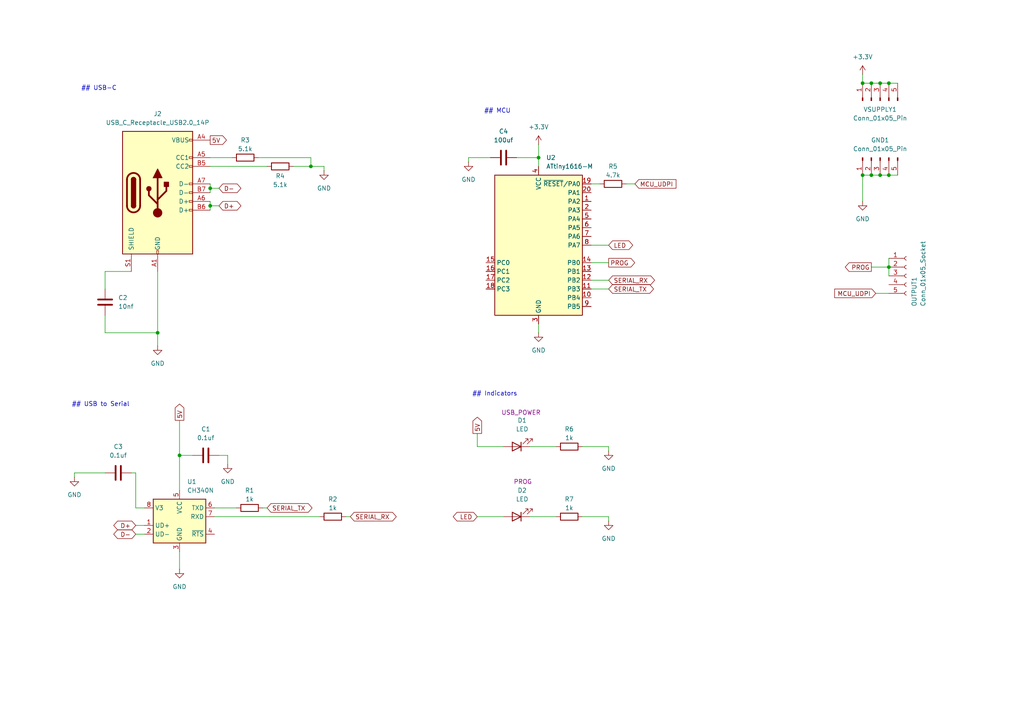
<source format=kicad_sch>
(kicad_sch (version 20231120) (generator "eeschema") (generator_version "8.0")
  (paper "A4")
  (lib_symbols
    (symbol "Connector:Conn_01x05_Pin" (pin_names (offset 1.016) hide)
      (property "Reference" "J" (at 0 7.62 0))
      (property "Value" "Conn_01x05_Pin" (at 0 -7.62 0))
      (symbol "Conn_01x05_Pin_1_1"
        (polyline (pts (xy 1.27 -5.08) (xy 0.8636 -5.08)) (stroke (width 0.1524)))
        (polyline (pts (xy 1.27 -2.54) (xy 0.8636 -2.54)) (stroke (width 0.1524)))
        (polyline (pts (xy 1.27 0) (xy 0.8636 0)) (stroke (width 0.1524)))
        (polyline (pts (xy 1.27 2.54) (xy 0.8636 2.54)) (stroke (width 0.1524)))
        (polyline (pts (xy 1.27 5.08) (xy 0.8636 5.08)) (stroke (width 0.1524)))
        (rectangle (start 0.8636 -4.953) (end 0 -5.207) (stroke (width 0.1524)) (fill (type outline)))
        (rectangle (start 0.8636 -2.413) (end 0 -2.667) (stroke (width 0.1524)) (fill (type outline)))
        (rectangle (start 0.8636 0.127) (end 0 -0.127) (stroke (width 0.1524)) (fill (type outline)))
        (rectangle (start 0.8636 2.667) (end 0 2.413) (stroke (width 0.1524)) (fill (type outline)))
        (rectangle (start 0.8636 5.207) (end 0 4.953) (stroke (width 0.1524)) (fill (type outline)))
        (pin passive line (at 5.08 5.08 180) (length 3.81) (name "Pin_1") (number "1"))
        (pin passive line (at 5.08 2.54 180) (length 3.81) (name "Pin_2") (number "2"))
        (pin passive line (at 5.08 0 180) (length 3.81) (name "Pin_3") (number "3"))
        (pin passive line (at 5.08 -2.54 180) (length 3.81) (name "Pin_4") (number "4"))
        (pin passive line (at 5.08 -5.08 180) (length 3.81) (name "Pin_5") (number "5"))
      )
    )
    (symbol "Connector:Conn_01x05_Socket" (pin_names (offset 1.016) hide)
      (property "Reference" "J" (at 0 7.62 0))
      (property "Value" "Conn_01x05_Socket" (at 0 -7.62 0))
      (symbol "Conn_01x05_Socket_1_1"
        (arc (start 0 -4.572) (mid -0.5058 -5.08) (end 0 -5.588) (stroke (width 0.1524)))
        (arc (start 0 -2.032) (mid -0.5058 -2.54) (end 0 -3.048) (stroke (width 0.1524)))
        (polyline (pts (xy -1.27 -5.08) (xy -0.508 -5.08)) (stroke (width 0.1524)))
        (polyline (pts (xy -1.27 -2.54) (xy -0.508 -2.54)) (stroke (width 0.1524)))
        (polyline (pts (xy -1.27 0) (xy -0.508 0)) (stroke (width 0.1524)))
        (polyline (pts (xy -1.27 2.54) (xy -0.508 2.54)) (stroke (width 0.1524)))
        (polyline (pts (xy -1.27 5.08) (xy -0.508 5.08)) (stroke (width 0.1524)))
        (arc (start 0 0.508) (mid -0.5058 0) (end 0 -0.508) (stroke (width 0.1524)))
        (arc (start 0 3.048) (mid -0.5058 2.54) (end 0 2.032) (stroke (width 0.1524)))
        (arc (start 0 5.588) (mid -0.5058 5.08) (end 0 4.572) (stroke (width 0.1524)))
        (pin passive line (at -5.08 5.08 0) (length 3.81) (name "Pin_1") (number "1"))
        (pin passive line (at -5.08 2.54 0) (length 3.81) (name "Pin_2") (number "2"))
        (pin passive line (at -5.08 0 0) (length 3.81) (name "Pin_3") (number "3"))
        (pin passive line (at -5.08 -2.54 0) (length 3.81) (name "Pin_4") (number "4"))
        (pin passive line (at -5.08 -5.08 0) (length 3.81) (name "Pin_5") (number "5"))
      )
    )
    (symbol "Connector:USB_C_Receptacle_USB2.0_14P" (pin_names (offset 1.016))
      (property "Reference" "J" (at 0 22.225 0))
      (property "Value" "USB_C_Receptacle_USB2.0_14P" (at 0 19.685 0))
      (symbol "USB_C_Receptacle_USB2.0_14P_0_0"
        (rectangle (start -0.254 -17.78) (end 0.254 -16.764))
        (rectangle (start 10.16 -4.826) (end 9.144 -5.334))
        (rectangle (start 10.16 -2.286) (end 9.144 -2.794))
        (rectangle (start 10.16 0.254) (end 9.144 -0.254))
        (rectangle (start 10.16 2.794) (end 9.144 2.286))
        (rectangle (start 10.16 7.874) (end 9.144 7.366))
        (rectangle (start 10.16 10.414) (end 9.144 9.906))
        (rectangle (start 10.16 15.494) (end 9.144 14.986))
      )
      (symbol "USB_C_Receptacle_USB2.0_14P_0_1"
        (rectangle (start -10.16 17.78) (end 10.16 -17.78) (stroke (width 0.254)) (fill (type background)))
        (arc (start -8.89 -3.81) (mid -6.985 -5.7067) (end -5.08 -3.81) (stroke (width 0.508)))
        (arc (start -7.62 -3.81) (mid -6.985 -4.4423) (end -6.35 -3.81) (stroke (width 0.254)))
        (arc (start -7.62 -3.81) (mid -6.985 -4.4423) (end -6.35 -3.81) (stroke (width 0.254)) (fill (type outline)))
        (rectangle (start -7.62 -3.81) (end -6.35 3.81) (stroke (width 0.254)) (fill (type outline)))
        (arc (start -6.35 3.81) (mid -6.985 4.4423) (end -7.62 3.81) (stroke (width 0.254)))
        (arc (start -6.35 3.81) (mid -6.985 4.4423) (end -7.62 3.81) (stroke (width 0.254)) (fill (type outline)))
        (arc (start -5.08 3.81) (mid -6.985 5.7067) (end -8.89 3.81) (stroke (width 0.508)))
        (circle (center -2.54 1.143) (radius 0.635) (stroke (width 0.254)) (fill (type outline)))
        (circle (center 0 -5.842) (radius 1.27) (fill (type outline)))
        (polyline (pts (xy -8.89 -3.81) (xy -8.89 3.81)) (stroke (width 0.508)))
        (polyline (pts (xy -5.08 3.81) (xy -5.08 -3.81)) (stroke (width 0.508)))
        (polyline (pts (xy 0 -5.842) (xy 0 4.318)) (stroke (width 0.508)))
        (polyline (pts (xy 0 -3.302) (xy -2.54 -0.762) (xy -2.54 0.508)) (stroke (width 0.508)))
        (polyline (pts (xy 0 -2.032) (xy 2.54 0.508) (xy 2.54 1.778)) (stroke (width 0.508)))
        (polyline (pts (xy -1.27 4.318) (xy 0 6.858) (xy 1.27 4.318) (xy -1.27 4.318)) (stroke (width 0.254)) (fill (type outline)))
        (rectangle (start 1.905 1.778) (end 3.175 3.048) (stroke (width 0.254)) (fill (type outline)))
      )
      (symbol "USB_C_Receptacle_USB2.0_14P_1_1"
        (pin passive line (at 0 -22.86 90) (length 5.08) (name "GND") (number "A1"))
        (pin passive line (at 0 -22.86 90) (length 5.08) hide (name "GND") (number "A12"))
        (pin passive line (at 15.24 15.24 180) (length 5.08) (name "VBUS") (number "A4"))
        (pin bidirectional line (at 15.24 10.16 180) (length 5.08) (name "CC1") (number "A5"))
        (pin bidirectional line (at 15.24 -2.54 180) (length 5.08) (name "D+") (number "A6"))
        (pin bidirectional line (at 15.24 2.54 180) (length 5.08) (name "D-") (number "A7"))
        (pin passive line (at 15.24 15.24 180) (length 5.08) hide (name "VBUS") (number "A9"))
        (pin passive line (at 0 -22.86 90) (length 5.08) hide (name "GND") (number "B1"))
        (pin passive line (at 0 -22.86 90) (length 5.08) hide (name "GND") (number "B12"))
        (pin passive line (at 15.24 15.24 180) (length 5.08) hide (name "VBUS") (number "B4"))
        (pin bidirectional line (at 15.24 7.62 180) (length 5.08) (name "CC2") (number "B5"))
        (pin bidirectional line (at 15.24 -5.08 180) (length 5.08) (name "D+") (number "B6"))
        (pin bidirectional line (at 15.24 0 180) (length 5.08) (name "D-") (number "B7"))
        (pin passive line (at 15.24 15.24 180) (length 5.08) hide (name "VBUS") (number "B9"))
        (pin passive line (at -7.62 -22.86 90) (length 5.08) (name "SHIELD") (number "S1"))
      )
    )
    (symbol "Device:C" (pin_numbers hide) (pin_names (offset 0.254))
      (property "Reference" "C" (at 0.635 2.54 0))
      (property "Value" "C" (at 0.635 -2.54 0))
      (symbol "C_0_1"
        (polyline (pts (xy -2.032 -0.762) (xy 2.032 -0.762)) (stroke (width 0.508)))
        (polyline (pts (xy -2.032 0.762) (xy 2.032 0.762)) (stroke (width 0.508)))
      )
      (symbol "C_1_1"
        (pin passive line (at 0 3.81 270) (length 2.794) (name "~") (number "1"))
        (pin passive line (at 0 -3.81 90) (length 2.794) (name "~") (number "2"))
      )
    )
    (symbol "Device:LED" (pin_numbers hide) (pin_names (offset 1.016) hide)
      (property "Reference" "D" (at 0 2.54 0))
      (property "Value" "LED" (at 0 -2.54 0))
      (symbol "LED_0_1"
        (polyline (pts (xy -1.27 -1.27) (xy -1.27 1.27)) (stroke (width 0.254)))
        (polyline (pts (xy -1.27 0) (xy 1.27 0)))
        (polyline (pts (xy 1.27 -1.27) (xy 1.27 1.27) (xy -1.27 0) (xy 1.27 -1.27)) (stroke (width 0.254)))
        (polyline (pts (xy -3.048 -0.762) (xy -4.572 -2.286) (xy -3.81 -2.286) (xy -4.572 -2.286) (xy -4.572 -1.524)))
        (polyline (pts (xy -1.778 -0.762) (xy -3.302 -2.286) (xy -2.54 -2.286) (xy -3.302 -2.286) (xy -3.302 -1.524)))
      )
      (symbol "LED_1_1"
        (pin passive line (at -3.81 0 0) (length 2.54) (name "K") (number "1"))
        (pin passive line (at 3.81 0 180) (length 2.54) (name "A") (number "2"))
      )
    )
    (symbol "Device:R" (pin_numbers hide) (pin_names (offset 0))
      (property "Reference" "R" (at 2.032 0 90))
      (property "Value" "R" (at 0 0 90))
      (symbol "R_0_1"
        (rectangle (start -1.016 -2.54) (end 1.016 2.54) (stroke (width 0.254)))
      )
      (symbol "R_1_1"
        (pin passive line (at 0 3.81 270) (length 1.27) (name "~") (number "1"))
        (pin passive line (at 0 -3.81 90) (length 1.27) (name "~") (number "2"))
      )
    )
    (symbol "Interface_USB:CH340N"
      (property "Reference" "U" (at -7.62 6.35 0))
      (property "Value" "CH340N" (at 7.62 6.35 0))
      (symbol "CH340N_0_1"
        (rectangle (start -7.62 5.08) (end 7.62 -7.62) (stroke (width 0.254)) (fill (type background)))
      )
      (symbol "CH340N_1_1"
        (pin bidirectional line (at -10.16 -2.54 0) (length 2.54) (name "UD+") (number "1"))
        (pin bidirectional line (at -10.16 -5.08 0) (length 2.54) (name "UD-") (number "2"))
        (pin power_in line (at 0 -10.16 90) (length 2.54) (name "GND") (number "3"))
        (pin output line (at 10.16 -5.08 180) (length 2.54) (name "~{RTS}") (number "4"))
        (pin power_in line (at 0 7.62 270) (length 2.54) (name "VCC") (number "5"))
        (pin output line (at 10.16 2.54 180) (length 2.54) (name "TXD") (number "6"))
        (pin input line (at 10.16 0 180) (length 2.54) (name "RXD") (number "7"))
        (pin passive line (at -10.16 2.54 0) (length 2.54) (name "V3") (number "8"))
      )
    )
    (symbol "MCU_Microchip_ATtiny:ATtiny1616-M"
      (property "Reference" "U" (at -12.7 21.59 0))
      (property "Value" "ATtiny1616-M" (at 2.54 -21.59 0))
      (symbol "ATtiny1616-M_0_1"
        (rectangle (start -12.7 -20.32) (end 12.7 20.32) (stroke (width 0.254)) (fill (type background)))
      )
      (symbol "ATtiny1616-M_1_1"
        (pin bidirectional line (at 15.24 12.7 180) (length 2.54) (name "PA2") (number "1"))
        (pin bidirectional line (at 15.24 -15.24 180) (length 2.54) (name "PB4") (number "10"))
        (pin bidirectional line (at 15.24 -12.7 180) (length 2.54) (name "PB3") (number "11"))
        (pin bidirectional line (at 15.24 -10.16 180) (length 2.54) (name "PB2") (number "12"))
        (pin bidirectional line (at 15.24 -7.62 180) (length 2.54) (name "PB1") (number "13"))
        (pin bidirectional line (at 15.24 -5.08 180) (length 2.54) (name "PB0") (number "14"))
        (pin bidirectional line (at -15.24 -5.08 0) (length 2.54) (name "PC0") (number "15"))
        (pin bidirectional line (at -15.24 -7.62 0) (length 2.54) (name "PC1") (number "16"))
        (pin bidirectional line (at -15.24 -10.16 0) (length 2.54) (name "PC2") (number "17"))
        (pin bidirectional line (at -15.24 -12.7 0) (length 2.54) (name "PC3") (number "18"))
        (pin bidirectional line (at 15.24 17.78 180) (length 2.54) (name "~{RESET}/PA0") (number "19"))
        (pin bidirectional line (at 15.24 10.16 180) (length 2.54) (name "PA3") (number "2"))
        (pin bidirectional line (at 15.24 15.24 180) (length 2.54) (name "PA1") (number "20"))
        (pin passive line (at 0 -22.86 90) (length 2.54) hide (name "GND") (number "21"))
        (pin power_in line (at 0 -22.86 90) (length 2.54) (name "GND") (number "3"))
        (pin power_in line (at 0 22.86 270) (length 2.54) (name "VCC") (number "4"))
        (pin bidirectional line (at 15.24 7.62 180) (length 2.54) (name "PA4") (number "5"))
        (pin bidirectional line (at 15.24 5.08 180) (length 2.54) (name "PA5") (number "6"))
        (pin bidirectional line (at 15.24 2.54 180) (length 2.54) (name "PA6") (number "7"))
        (pin bidirectional line (at 15.24 0 180) (length 2.54) (name "PA7") (number "8"))
        (pin bidirectional line (at 15.24 -17.78 180) (length 2.54) (name "PB5") (number "9"))
      )
    )
    (symbol "power:+5V" (power) (pin_numbers hide) (pin_names (offset 0) hide)
      (property "Value" "+5V" (at 0 3.556 0))
      (symbol "+5V_0_1"
        (polyline (pts (xy -0.762 1.27) (xy 0 2.54)))
        (polyline (pts (xy 0 0) (xy 0 2.54)))
        (polyline (pts (xy 0 2.54) (xy 0.762 1.27)))
      )
      (symbol "+5V_1_1"
        (pin power_in line (at 0 0 90) (length 0) (name "~") (number "1"))
      )
    )
    (symbol "power:GND" (power) (pin_numbers hide) (pin_names (offset 0) hide)
      (property "Value" "GND" (at 0 -3.81 0))
      (symbol "GND_0_1"
        (polyline (pts (xy 0 0) (xy 0 -1.27) (xy 1.27 -1.27) (xy 0 -2.54) (xy -1.27 -1.27) (xy 0 -1.27)))
      )
      (symbol "GND_1_1"
        (pin power_in line (at 0 0 270) (length 0) (name "~") (number "1"))
      )
    )
  )
  (junction (at 257.81 24.13))
  (junction (at 45.72 96.52))
  (junction (at 252.73 50.8))
  (junction (at 90.17 48.26))
  (junction (at 52.07 132.08))
  (junction (at 60.96 54.61))
  (junction (at 255.27 50.8))
  (junction (at 60.96 59.69))
  (junction (at 250.19 24.13))
  (junction (at 257.81 50.8))
  (junction (at 156.21 45.72))
  (junction (at 250.19 50.8))
  (junction (at 255.27 24.13))
  (junction (at 257.81 77.47))
  (junction (at 252.73 24.13))
  (wire (pts (xy 76.2 147.32) (xy 77.47 147.32)))
  (wire (pts (xy 30.48 91.44) (xy 30.48 96.52)))
  (wire (pts (xy 85.09 48.26) (xy 90.17 48.26)))
  (wire (pts (xy 62.23 149.86) (xy 92.71 149.86)))
  (wire (pts (xy 52.07 165.1) (xy 52.07 160.02)))
  (wire (pts (xy 156.21 45.72) (xy 156.21 48.26)))
  (wire (pts (xy 252.73 50.8) (xy 255.27 50.8)))
  (wire (pts (xy 138.43 125.73) (xy 138.43 129.54)))
  (wire (pts (xy 135.89 45.72) (xy 135.89 46.99)))
  (wire (pts (xy 250.19 24.13) (xy 250.19 21.59)))
  (wire (pts (xy 257.81 77.47) (xy 257.81 80.01)))
  (wire (pts (xy 52.07 121.92) (xy 52.07 132.08)))
  (wire (pts (xy 171.45 76.2) (xy 176.53 76.2)))
  (wire (pts (xy 45.72 96.52) (xy 45.72 78.74)))
  (wire (pts (xy 250.19 50.8) (xy 250.19 58.42)))
  (wire (pts (xy 176.53 151.13) (xy 176.53 149.86)))
  (wire (pts (xy 250.19 24.13) (xy 252.73 24.13)))
  (wire (pts (xy 93.98 49.53) (xy 93.98 48.26)))
  (wire (pts (xy 153.67 129.54) (xy 161.29 129.54)))
  (wire (pts (xy 156.21 41.91) (xy 156.21 45.72)))
  (wire (pts (xy 252.73 24.13) (xy 255.27 24.13)))
  (wire (pts (xy 250.19 50.8) (xy 252.73 50.8)))
  (wire (pts (xy 142.24 45.72) (xy 135.89 45.72)))
  (wire (pts (xy 63.5 59.69) (xy 60.96 59.69)))
  (wire (pts (xy 66.04 132.08) (xy 66.04 134.62)))
  (wire (pts (xy 257.81 50.8) (xy 260.35 50.8)))
  (wire (pts (xy 156.21 96.52) (xy 156.21 93.98)))
  (wire (pts (xy 52.07 132.08) (xy 55.88 132.08)))
  (wire (pts (xy 149.86 45.72) (xy 156.21 45.72)))
  (wire (pts (xy 60.96 54.61) (xy 63.5 54.61)))
  (wire (pts (xy 171.45 81.28) (xy 176.53 81.28)))
  (wire (pts (xy 176.53 130.81) (xy 176.53 129.54)))
  (wire (pts (xy 255.27 50.8) (xy 257.81 50.8)))
  (wire (pts (xy 30.48 78.74) (xy 30.48 83.82)))
  (wire (pts (xy 90.17 45.72) (xy 90.17 48.26)))
  (wire (pts (xy 171.45 53.34) (xy 173.99 53.34)))
  (wire (pts (xy 39.37 137.16) (xy 39.37 147.32)))
  (wire (pts (xy 39.37 152.4) (xy 41.91 152.4)))
  (wire (pts (xy 171.45 83.82) (xy 176.53 83.82)))
  (wire (pts (xy 45.72 100.33) (xy 45.72 96.52)))
  (wire (pts (xy 39.37 147.32) (xy 41.91 147.32)))
  (wire (pts (xy 39.37 154.94) (xy 41.91 154.94)))
  (wire (pts (xy 181.61 53.34) (xy 184.15 53.34)))
  (wire (pts (xy 63.5 132.08) (xy 66.04 132.08)))
  (wire (pts (xy 252.73 77.47) (xy 257.81 77.47)))
  (wire (pts (xy 60.96 54.61) (xy 60.96 55.88)))
  (wire (pts (xy 52.07 132.08) (xy 52.07 142.24)))
  (wire (pts (xy 21.59 137.16) (xy 30.48 137.16)))
  (wire (pts (xy 60.96 48.26) (xy 77.47 48.26)))
  (wire (pts (xy 257.81 24.13) (xy 260.35 24.13)))
  (wire (pts (xy 153.67 149.86) (xy 161.29 149.86)))
  (wire (pts (xy 30.48 96.52) (xy 45.72 96.52)))
  (wire (pts (xy 138.43 149.86) (xy 146.05 149.86)))
  (wire (pts (xy 171.45 71.12) (xy 176.53 71.12)))
  (wire (pts (xy 60.96 45.72) (xy 67.31 45.72)))
  (wire (pts (xy 38.1 137.16) (xy 39.37 137.16)))
  (wire (pts (xy 60.96 58.42) (xy 60.96 59.69)))
  (wire (pts (xy 257.81 74.93) (xy 257.81 77.47)))
  (wire (pts (xy 168.91 149.86) (xy 176.53 149.86)))
  (wire (pts (xy 90.17 48.26) (xy 93.98 48.26)))
  (wire (pts (xy 74.93 45.72) (xy 90.17 45.72)))
  (wire (pts (xy 101.6 149.86) (xy 100.33 149.86)))
  (wire (pts (xy 62.23 147.32) (xy 68.58 147.32)))
  (wire (pts (xy 60.96 53.34) (xy 60.96 54.61)))
  (wire (pts (xy 38.1 78.74) (xy 30.48 78.74)))
  (wire (pts (xy 254 85.09) (xy 257.81 85.09)))
  (wire (pts (xy 255.27 24.13) (xy 257.81 24.13)))
  (wire (pts (xy 138.43 129.54) (xy 146.05 129.54)))
  (wire (pts (xy 21.59 138.43) (xy 21.59 137.16)))
  (wire (pts (xy 168.91 129.54) (xy 176.53 129.54)))
  (wire (pts (xy 60.96 59.69) (xy 60.96 60.96)))
  (text "## USB-C" (at 28.702 25.654 0) (effects (font (size 1.27 1.27))))
  (text "## USB to Serial" (at 29.21 117.348 0) (effects (font (size 1.27 1.27))))
  (text "## Indicators" (at 143.51 114.3 0) (effects (font (size 1.27 1.27))))
  (text "## MCU" (at 144.272 32.258 0) (effects (font (size 1.27 1.27))))
  (global_label "LED" (shape bidirectional) (at 176.53 71.12 0) (property "Intersheetrefs" "${INTERSHEET_REFS}" (effects (hide yes))))
  (global_label "5V" (shape output) (at 52.07 121.92 90) (property "Intersheetrefs" "${INTERSHEET_REFS}" (effects (hide yes))))
  (global_label "5V" (shape output) (at 60.96 40.64 0) (property "Intersheetrefs" "${INTERSHEET_REFS}" (effects (hide yes))))
  (global_label "SERIAL_TX" (shape bidirectional) (at 77.47 147.32 0) (property "Intersheetrefs" "${INTERSHEET_REFS}" (effects (hide yes))))
  (global_label "MCU_UDPI" (shape input) (at 184.15 53.34 0) (property "Intersheetrefs" "${INTERSHEET_REFS}" (effects (hide yes))))
  (global_label "LED" (shape bidirectional) (at 138.43 149.86 180) (property "Intersheetrefs" "${INTERSHEET_REFS}" (effects (hide yes))))
  (global_label "SERIAL_RX" (shape bidirectional) (at 101.6 149.86 0) (property "Intersheetrefs" "${INTERSHEET_REFS}" (effects (hide yes))))
  (global_label "SERIAL_RX" (shape bidirectional) (at 176.53 81.28 0) (property "Intersheetrefs" "${INTERSHEET_REFS}" (effects (hide yes))))
  (global_label "5V" (shape output) (at 138.43 125.73 90) (property "Intersheetrefs" "${INTERSHEET_REFS}" (effects (hide yes))))
  (global_label "D+" (shape bidirectional) (at 39.37 152.4 180) (property "Intersheetrefs" "${INTERSHEET_REFS}" (effects (hide yes))))
  (global_label "D-" (shape bidirectional) (at 39.37 154.94 180) (property "Intersheetrefs" "${INTERSHEET_REFS}" (effects (hide yes))))
  (global_label "MCU_UDPI" (shape input) (at 254 85.09 180) (property "Intersheetrefs" "${INTERSHEET_REFS}" (effects (hide yes))))
  (global_label "PROG" (shape output) (at 252.73 77.47 180) (property "Intersheetrefs" "${INTERSHEET_REFS}" (effects (hide yes))))
  (global_label "SERIAL_TX" (shape bidirectional) (at 176.53 83.82 0) (property "Intersheetrefs" "${INTERSHEET_REFS}" (effects (hide yes))))
  (global_label "PROG" (shape output) (at 176.53 76.2 0) (property "Intersheetrefs" "${INTERSHEET_REFS}" (effects (hide yes))))
  (global_label "D-" (shape bidirectional) (at 63.5 54.61 0) (property "Intersheetrefs" "${INTERSHEET_REFS}" (effects (hide yes))))
  (global_label "D+" (shape bidirectional) (at 63.5 59.69 0) (property "Intersheetrefs" "${INTERSHEET_REFS}" (effects (hide yes))))
  (symbol (lib_id "Device:R") (at 165.1 149.86 90) (unit 1)
    (property "Reference" "R7" (at 165.1 144.78 90))
    (property "Value" "1k" (at 165.1 147.32 90))
    (property "Footprint" "Resistor_SMD:R_0603_1608Metric" (effects (hide yes)))
    (property "Description" "Resistor" (effects (hide yes)))
  )
  (symbol (lib_id "power:GND") (at 93.98 49.53 0) (unit 1)
    (property "Reference" "#PWR02" (effects (hide yes)))
    (property "Value" "GND" (at 93.98 54.61 0))
    (property "Description" "Power symbol creates a global label with name \"GND\" , ground" (effects (hide yes)))
  )
  (symbol (lib_id "Device:C") (at 30.48 87.63 0) (unit 1)
    (property "Reference" "C2" (at 34.29 86.3599 0) (effects (justify left)))
    (property "Value" "10nf" (at 34.29 88.8999 0) (effects (justify left)))
    (property "Footprint" "Capacitor_SMD:C_0805_2012Metric" (effects (hide yes)))
    (property "Description" "Unpolarized capacitor" (effects (hide yes)))
  )
  (symbol (lib_id "Connector:Conn_01x05_Socket") (at 262.89 80.01 0) (unit 1) (exclude_from_sim yes)
    (property "Reference" "OUTPUT1" (at 265.176 88.9 90) (effects (justify left)))
    (property "Value" "Conn_01x05_Socket" (at 267.716 88.9 90) (effects (justify left)))
    (property "Footprint" "Connector_PinSocket_2.54mm:PinSocket_1x05_P2.54mm_Vertical" (effects (hide yes)))
    (property "Description" "Generic connector, single row, 01x05, script generated" (effects (hide yes)))
  )
  (symbol (lib_id "Connector:Conn_01x05_Pin") (at 255.27 45.72 90) (mirror x) (unit 1) (exclude_from_sim yes)
    (property "Reference" "GND1" (at 255.27 40.64 90))
    (property "Value" "Conn_01x05_Pin" (at 255.27 43.18 90))
    (property "Footprint" "Connector_PinHeader_2.54mm:PinHeader_1x05_P2.54mm_Vertical" (effects (hide yes)))
    (property "Description" "Generic connector, single row, 01x05, script generated" (effects (hide yes)))
  )
  (symbol (lib_id "power:GND") (at 21.59 138.43 0) (unit 1)
    (property "Reference" "#PWR06" (effects (hide yes)))
    (property "Value" "GND" (at 21.59 143.51 0))
    (property "Description" "Power symbol creates a global label with name \"GND\" , ground" (effects (hide yes)))
  )
  (symbol (lib_id "MCU_Microchip_ATtiny:ATtiny1616-M") (at 156.21 71.12 0) (unit 1)
    (property "Reference" "U2" (at 158.4041 45.72 0) (effects (justify left)))
    (property "Value" "ATtiny1616-M" (at 158.4041 48.26 0) (effects (justify left)))
    (property "Footprint" "Package_DFN_QFN:VQFN-20-1EP_3x3mm_P0.4mm_EP1.7x1.7mm" (effects (hide yes)))
    (property "Datasheet" "http://ww1.microchip.com/downloads/en/DeviceDoc/ATtiny3216_ATtiny1616-data-sheet-40001997B.pdf" (effects (hide yes)))
    (property "Description" "20MHz, 16kB Flash, 2kB SRAM, 256B EEPROM, VQFN-20" (effects (hide yes)))
  )
  (symbol (lib_id "Device:R") (at 165.1 129.54 90) (unit 1)
    (property "Reference" "R6" (at 165.1 124.46 90))
    (property "Value" "1k" (at 165.1 127 90))
    (property "Footprint" "Resistor_SMD:R_0603_1608Metric" (effects (hide yes)))
    (property "Description" "Resistor" (effects (hide yes)))
  )
  (symbol (lib_id "Device:LED") (at 149.86 129.54 180) (unit 1)
    (property "Reference" "D1" (at 151.4475 121.92 0))
    (property "Value" "LED" (at 151.4475 124.46 0))
    (property "Footprint" "LED_SMD:LED_0603_1608Metric" (effects (hide yes)))
    (property "Description" "Light emitting diode" (effects (hide yes)))
    (property "Comment" "USB_POWER" (at 151.13 119.634 0))
  )
  (symbol (lib_id "power:GND") (at 156.21 96.52 0) (unit 1)
    (property "Reference" "#PWR010" (effects (hide yes)))
    (property "Value" "GND" (at 156.21 101.6 0))
    (property "Description" "Power symbol creates a global label with name \"GND\" , ground" (effects (hide yes)))
  )
  (symbol (lib_id "Device:R") (at 96.52 149.86 90) (unit 1)
    (property "Reference" "R2" (at 96.52 144.78 90))
    (property "Value" "1k" (at 96.52 147.32 90))
    (property "Footprint" "Resistor_SMD:R_0603_1608Metric" (effects (hide yes)))
    (property "Description" "Resistor" (effects (hide yes)))
  )
  (symbol (lib_id "power:GND") (at 66.04 134.62 0) (unit 1)
    (property "Reference" "#PWR05" (effects (hide yes)))
    (property "Value" "GND" (at 66.04 139.7 0))
    (property "Description" "Power symbol creates a global label with name \"GND\" , ground" (effects (hide yes)))
  )
  (symbol (lib_id "Device:LED") (at 149.86 149.86 180) (unit 1)
    (property "Reference" "D2" (at 151.4475 142.24 0))
    (property "Value" "LED" (at 151.4475 144.78 0))
    (property "Footprint" "LED_SMD:LED_0603_1608Metric" (effects (hide yes)))
    (property "Description" "Light emitting diode" (effects (hide yes)))
    (property "Comment" "PROG" (at 151.638 139.7 0))
  )
  (symbol (lib_id "Device:C") (at 146.05 45.72 90) (unit 1)
    (property "Reference" "C4" (at 146.05 38.1 90))
    (property "Value" "100uf" (at 146.05 40.64 90))
    (property "Footprint" "Capacitor_SMD:C_1206_3216Metric" (effects (hide yes)))
    (property "Description" "Unpolarized capacitor" (effects (hide yes)))
  )
  (symbol (lib_id "power:GND") (at 52.07 165.1 0) (unit 1)
    (property "Reference" "#PWR07" (effects (hide yes)))
    (property "Value" "GND" (at 52.07 170.18 0))
    (property "Description" "Power symbol creates a global label with name \"GND\" , ground" (effects (hide yes)))
  )
  (symbol (lib_id "Device:R") (at 72.39 147.32 90) (unit 1)
    (property "Reference" "R1" (at 72.39 142.24 90))
    (property "Value" "1k" (at 72.39 144.78 90))
    (property "Footprint" "Resistor_SMD:R_0603_1608Metric" (effects (hide yes)))
    (property "Description" "Resistor" (effects (hide yes)))
  )
  (symbol (lib_id "power:+5V") (at 156.21 41.91 0) (unit 1)
    (property "Reference" "#PWR08" (effects (hide yes)))
    (property "Value" "+3.3V" (at 156.21 36.83 0))
    (property "Description" "Power symbol creates a global label with name \"+5V\"" (effects (hide yes)))
  )
  (symbol (lib_id "Connector:USB_C_Receptacle_USB2.0_14P") (at 45.72 55.88 0) (unit 1)
    (property "Reference" "J2" (at 45.72 33.02 0))
    (property "Value" "USB_C_Receptacle_USB2.0_14P" (at 45.72 35.56 0))
    (property "Footprint" "BreadModular_TypeC:HRO-TYPE-C-31-M-12" (effects (hide yes)))
    (property "Datasheet" "https://www.usb.org/sites/default/files/documents/usb_type-c.zip" (effects (hide yes)))
    (property "Description" "USB 2.0-only 14P Type-C Receptacle connector" (effects (hide yes)))
  )
  (symbol (lib_id "Device:R") (at 71.12 45.72 90) (unit 1)
    (property "Reference" "R3" (at 71.12 40.64 90))
    (property "Value" "5.1k" (at 71.12 43.18 90))
    (property "Footprint" "Resistor_SMD:R_0603_1608Metric" (effects (hide yes)))
    (property "Description" "Resistor" (effects (hide yes)))
  )
  (symbol (lib_id "Device:C") (at 34.29 137.16 90) (unit 1)
    (property "Reference" "C3" (at 34.29 129.54 90))
    (property "Value" "0.1uf" (at 34.29 132.08 90))
    (property "Footprint" "Capacitor_SMD:C_0402_1005Metric" (effects (hide yes)))
    (property "Description" "Unpolarized capacitor" (effects (hide yes)))
  )
  (symbol (lib_id "Device:C") (at 59.69 132.08 90) (unit 1)
    (property "Reference" "C1" (at 59.69 124.46 90))
    (property "Value" "0.1uf" (at 59.69 127 90))
    (property "Footprint" "Capacitor_SMD:C_0402_1005Metric" (effects (hide yes)))
    (property "Description" "Unpolarized capacitor" (effects (hide yes)))
  )
  (symbol (lib_id "Interface_USB:CH340N") (at 52.07 149.86 0) (unit 1)
    (property "Reference" "U1" (at 54.2641 139.7 0) (effects (justify left)))
    (property "Value" "CH340N" (at 54.2641 142.24 0) (effects (justify left)))
    (property "Footprint" "Package_SO:SOP-8_3.9x4.9mm_P1.27mm" (effects (hide yes)))
    (property "Datasheet" "https://aitendo3.sakura.ne.jp/aitendo_data/product_img/ic/inteface/CH340N/ch340n.pdf" (effects (hide yes)))
    (property "Description" "USB serial converter, 2Mbps, UART, SOP-8" (effects (hide yes)))
  )
  (symbol (lib_id "power:GND") (at 250.19 58.42 0) (unit 1)
    (property "Reference" "#PWR03" (effects (hide yes)))
    (property "Value" "GND" (at 250.19 63.5 0))
    (property "Description" "Power symbol creates a global label with name \"GND\" , ground" (effects (hide yes)))
  )
  (symbol (lib_id "power:+5V") (at 250.19 21.59 0) (unit 1)
    (property "Reference" "#PWR04" (effects (hide yes)))
    (property "Value" "+3.3V" (at 250.19 16.51 0))
    (property "Description" "Power symbol creates a global label with name \"+5V\"" (effects (hide yes)))
  )
  (symbol (lib_id "power:GND") (at 176.53 151.13 0) (unit 1)
    (property "Reference" "#PWR012" (effects (hide yes)))
    (property "Value" "GND" (at 176.53 156.21 0))
    (property "Description" "Power symbol creates a global label with name \"GND\" , ground" (effects (hide yes)))
  )
  (symbol (lib_id "Connector:Conn_01x05_Pin") (at 255.27 29.21 90) (unit 1) (exclude_from_sim yes)
    (property "Reference" "VSUPPLY1" (at 255.27 31.75 90))
    (property "Value" "Conn_01x05_Pin" (at 255.27 34.29 90))
    (property "Footprint" "Connector_PinHeader_2.54mm:PinHeader_1x05_P2.54mm_Vertical" (effects (hide yes)))
    (property "Description" "Generic connector, single row, 01x05, script generated" (effects (hide yes)))
  )
  (symbol (lib_id "power:GND") (at 176.53 130.81 0) (unit 1)
    (property "Reference" "#PWR011" (effects (hide yes)))
    (property "Value" "GND" (at 176.53 135.89 0))
    (property "Description" "Power symbol creates a global label with name \"GND\" , ground" (effects (hide yes)))
  )
  (symbol (lib_id "power:GND") (at 135.89 46.99 0) (unit 1)
    (property "Reference" "#PWR09" (effects (hide yes)))
    (property "Value" "GND" (at 135.89 52.07 0))
    (property "Description" "Power symbol creates a global label with name \"GND\" , ground" (effects (hide yes)))
  )
  (symbol (lib_id "Device:R") (at 81.28 48.26 90) (unit 1)
    (property "Reference" "R4" (at 81.28 51.054 90))
    (property "Value" "5.1k" (at 81.28 53.594 90))
    (property "Footprint" "Resistor_SMD:R_0603_1608Metric" (effects (hide yes)))
    (property "Description" "Resistor" (effects (hide yes)))
  )
  (symbol (lib_id "power:GND") (at 45.72 100.33 0) (unit 1)
    (property "Reference" "#PWR01" (effects (hide yes)))
    (property "Value" "GND" (at 45.72 105.41 0))
    (property "Description" "Power symbol creates a global label with name \"GND\" , ground" (effects (hide yes)))
  )
  (symbol (lib_id "Device:R") (at 177.8 53.34 90) (unit 1)
    (property "Reference" "R5" (at 177.8 48.26 90))
    (property "Value" "4.7k" (at 177.8 50.8 90))
    (property "Footprint" "Resistor_SMD:R_0603_1608Metric" (effects (hide yes)))
    (property "Description" "Resistor" (effects (hide yes)))
  )
)
</source>
